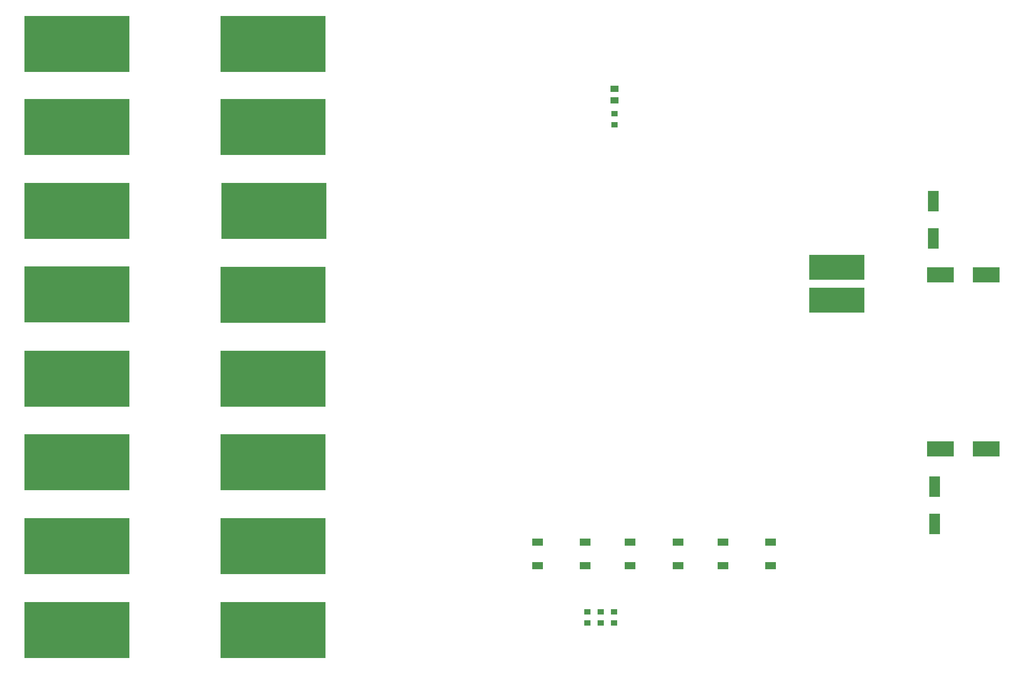
<source format=gbr>
%TF.GenerationSoftware,Altium Limited,Altium Designer,21.6.4 (81)*%
G04 Layer_Color=8421504*
%FSLAX43Y43*%
%MOMM*%
%TF.SameCoordinates,95A2699C-722C-4572-8EE5-7BEA9F810E30*%
%TF.FilePolarity,Positive*%
%TF.FileFunction,Paste,Top*%
%TF.Part,Single*%
G01*
G75*
%TA.AperFunction,SMDPad,CuDef*%
%ADD10R,1.508X1.157*%
%ADD11R,1.200X1.100*%
%ADD13R,2.108X1.397*%
%ADD15R,2.000X4.000*%
%TA.AperFunction,NonConductor*%
%ADD131R,20.066X10.668*%
%TA.AperFunction,SMDPad,CuDef*%
%ADD132R,10.500X4.750*%
%ADD133R,5.100X3.000*%
D10*
X-77089Y114073D02*
D03*
Y116225D02*
D03*
D11*
Y111500D02*
D03*
Y109400D02*
D03*
X-77216Y16504D02*
D03*
Y14404D02*
D03*
X-79756D02*
D03*
Y16504D02*
D03*
X-82296Y14404D02*
D03*
Y16504D02*
D03*
D13*
X-82702Y25284D02*
D03*
Y29754D02*
D03*
X-91796D02*
D03*
Y25284D02*
D03*
X-47396D02*
D03*
Y29754D02*
D03*
X-56490D02*
D03*
Y25284D02*
D03*
X-65049D02*
D03*
Y29754D02*
D03*
X-74143D02*
D03*
Y25284D02*
D03*
D15*
X-16129Y40334D02*
D03*
Y33234D02*
D03*
X-16383Y87723D02*
D03*
Y94823D02*
D03*
D131*
X-142113Y45045D02*
D03*
Y29043D02*
D03*
Y13041D02*
D03*
Y60920D02*
D03*
Y76922D02*
D03*
X-141986Y92924D02*
D03*
X-142113Y108926D02*
D03*
X-179451Y13041D02*
D03*
Y29043D02*
D03*
Y45045D02*
D03*
Y60920D02*
D03*
Y77049D02*
D03*
Y92924D02*
D03*
Y108926D02*
D03*
X-142113Y124801D02*
D03*
X-179451D02*
D03*
D132*
X-34798Y75956D02*
D03*
Y82206D02*
D03*
D133*
X-6350Y80732D02*
D03*
X-15050D02*
D03*
X-6350Y47585D02*
D03*
X-15050D02*
D03*
%TF.MD5,8a104884858e78c096e84c6e761008f9*%
M02*

</source>
